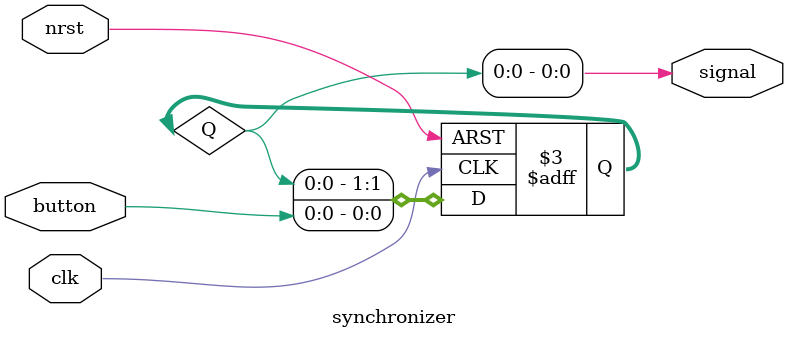
<source format=sv>
module synchronizer (
    input logic button, clk, nrst,
    output logic signal
);

logic [1:0] Q;

always_ff @(posedge clk, negedge nrst)
    if(~nrst)
        Q <= 0;
    else
        Q <= {Q[0], button};

assign signal = Q;

endmodule
</source>
